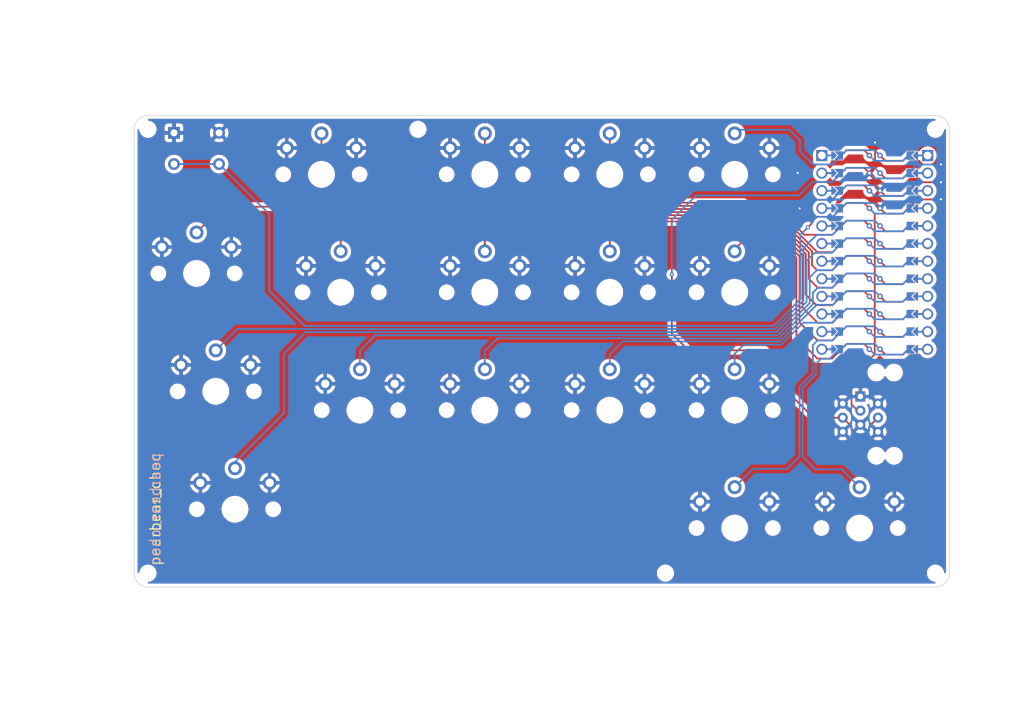
<source format=kicad_pcb>
(kicad_pcb (version 20240108) (generator "pcbnew") (generator_version "8.0")
  (title_block (title "pearbear_choc") (date "2025-02-09") (rev "1") (company "tomsadowski"))
  (layers (0 "F.Cu" jumper) (31 "B.Cu" signal) (34 "B.Paste" user) (35 "F.Paste" user) (36 "B.SilkS" user "B.Silkscreen") (37 "F.SilkS" user "F.Silkscreen") (38 "B.Mask" user) (39 "F.Mask" user) (44 "Edge.Cuts" user))
  (net 0 "")
  (net 1 "reset")
  (net 2 "gnd")
  (net 3 "vcc")
  (net 4 "Switch4")
  (net 5 "Switch5")
  (net 6 "Switch6")
  (net 7 "Switch7")
  (net 8 "Switch8")
  (net 9 "Switch9")
  (net 10 "Switch10")
  (net 11 "Switch11")
  (net 12 "Switch12")
  (net 13 "Switch13")
  (net 14 "Switch14")
  (net 15 "Switch15")
  (net 16 "Switch16")
  (net 17 "Switch17")
  (net 18 "raw")
  (net 19 "rjdata")
  (net 20 "raw_1")
  (net 21 "raw_2")
  (net 22 "raw_3")
  (net 23 "Switch1")
  (net 24 "Switch2")
  (net 25 "Switch3")
  (net 26 "raw_4")
  (footprint "pb_fb:SW_Kailh_Choc_v1_reversible" (layer "F.Cu") (at 163.33 90.935)
    (property "Reference" "SW9" (hide yes))
    (property "Value" "SW_Push" (hide yes))
  )
  (footprint "pb_fb:SW_Kailh_Choc_v1_reversible" (layer "F.Cu") (at 103.79 88.215)
    (property "Reference" "SW1" (hide yes))
    (property "Value" "SW_Push" (hide yes))
  )
  (footprint "pb_fb:MountingHole_M2_Screw" (layer "F.Cu") (at 96.79 67.435)
    (property "Reference" "REF**" (hide yes))
    (property "Value" "MountingHole_2mm_4mmdiameter_bare" (hide yes))
  )
  (footprint "pb_fb:RJ11_6P6C_reversible" (layer "F.Cu") (at 201.51 108.51 90)
    (property "Reference" "J1" (hide yes))
    (property "Value" "rj11" (hide yes))
  )
  (footprint "pb_fb:SW_Kailh_Choc_v1_reversible" (layer "F.Cu") (at 121.79 73.935)
    (property "Reference" "SW2" (hide yes))
    (property "Value" "SW_Push" (hide yes))
  )
  (footprint "pb_fb:MountingHole_M2_Screw" (layer "F.Cu") (at 210.255 131.435)
    (property "Reference" "REF**" (hide yes))
    (property "Value" "MountingHole_2mm_4mmdiameter_bare" (hide yes))
  )
  (footprint "pb_fb:SW_Kailh_Choc_v1_reversible" (layer "F.Cu") (at 145.33 73.935)
    (property "Reference" "SW3" (hide yes))
    (property "Value" "SW_Push" (hide yes))
  )
  (footprint "pb_fb:SW_Kailh_Choc_v1_reversible" (layer "F.Cu") (at 163.33 107.935)
    (property "Reference" "SW14" (hide yes))
    (property "Value" "SW_Push" (hide yes))
  )
  (footprint "pb_fb:MountingHole_M2_Screw" (layer "F.Cu") (at 135.69 67.435)
    (property "Reference" "REF**" (hide yes))
    (property "Value" "MountingHole_2mm_4mmdiameter_bare" (hide yes))
  )
  (footprint "pb_fb:SW_Kailh_Choc_v1_reversible" (layer "F.Cu") (at 109.33 122.215)
    (property "Reference" "SW11" (hide yes))
    (property "Value" "SW_Push" (hide yes))
  )
  (footprint "pb_fb:MountingHole_M2_Screw" (layer "F.Cu") (at 210.255 67.435)
    (property "Reference" "REF**" (hide yes))
    (property "Value" "MountingHole_2mm_4mmdiameter_bare" (hide yes))
  )
  (footprint "pb_fb:SW_Kailh_Choc_v1_reversible" (layer "F.Cu") (at 181.33 124.935)
    (property "Reference" "SW16" (hide yes))
    (property "Value" "SW_Push" (hide yes))
  )
  (footprint "pb_fb:SW_Kailh_Choc_v1_reversible" (layer "F.Cu") (at 181.33 73.935)
    (property "Reference" "SW5" (hide yes))
    (property "Value" "SW_Push" (hide yes))
  )
  (footprint "pb_fb:SW_TH_Tactile_Omron_B3F-10xx_reversible" (layer "F.Cu") (at 103.79 70.2)
    (property "Reference" "SW_Reset1" (hide yes))
    (property "Value" "SW_Push" (hide yes))
  )
  (footprint "pb_fb:SW_Kailh_Choc_v1_reversible" (layer "F.Cu") (at 181.33 107.935)
    (property "Reference" "SW15" (hide yes))
    (property "Value" "SW_Push" (hide yes))
  )
  (footprint "pb_fb:SW_Kailh_Choc_v1_reversible" (layer "F.Cu") (at 127.33 107.935)
    (property "Reference" "SW12" (hide yes))
    (property "Value" "SW_Push" (hide yes))
  )
  (footprint "pb_fb:SW_Kailh_Choc_v1_reversible" (layer "F.Cu") (at 145.33 107.935)
    (property "Reference" "SW13" (hide yes))
    (property "Value" "SW_Push" (hide yes))
  )
  (footprint "pb_fb:MountingHole_M2_Screw" (layer "F.Cu") (at 96.79 131.435)
    (property "Reference" "REF**" (hide yes))
    (property "Value" "MountingHole_2mm_4mmdiameter_bare" (hide yes))
  )
  (footprint "pb_fb:SW_Kailh_Choc_v1_reversible" (layer "F.Cu") (at 124.56 90.935)
    (property "Reference" "SW7" (hide yes))
    (property "Value" "SW_Push" (hide yes))
  )
  (footprint "pb_fb:SW_Kailh_Choc_v1_reversible" (layer "F.Cu") (at 106.56 105.215)
    (property "Reference" "SW6" (hide yes))
    (property "Value" "SW_Push" (hide yes))
  )
  (footprint "pb_fb:SW_Kailh_Choc_v1_reversible" (layer "F.Cu") (at 145.33 90.935)
    (property "Reference" "SW8" (hide yes))
    (property "Value" "SW_Push" (hide yes))
  )
  (footprint "pb_fb:ProMicro_reversible" (layer "F.Cu") (at 201.51 85.18 -90)
    (property "Reference" "U1" (hide yes))
    (property "Value" "ProMicro-kbd-rev" (hide yes))
  )
  (footprint "pb_fb:MountingHole_M2_Screw" (layer "F.Cu") (at 171.355 131.435)
    (property "Reference" "REF**" (hide yes))
    (property "Value" "MountingHole_2mm_4mmdiameter_bare" (hide yes))
  )
  (footprint "pb_fb:SW_Kailh_Choc_v1_reversible" (layer "F.Cu") (at 199.33 124.935)
    (property "Reference" "SW17" (hide yes))
    (property "Value" "SW_Push" (hide yes))
  )
  (footprint "pb_fb:SW_Kailh_Choc_v1_reversible" (layer "F.Cu") (at 181.33 90.935)
    (property "Reference" "SW10" (hide yes))
    (property "Value" "SW_Push" (hide yes))
  )
  (footprint "pb_fb:SW_Kailh_Choc_v1_reversible" (layer "F.Cu") (at 163.33 73.935)
    (property "Reference" "SW4" (hide yes))
    (property "Value" "SW_Push" (hide yes))
  )
  (gr_arc (start 96.79 133.435) (mid 95.375786 132.849214) (end 94.79 131.435) (stroke (width 0.1)) (layer "Edge.Cuts"))
  (gr_line (start 210.255 65.435) (end 96.79 65.435) (stroke (width 0.1)) (layer "Edge.Cuts"))
  (gr_arc (start 212.255 131.435) (mid 211.669214 132.849214) (end 210.255 133.435) (stroke (width 0.1)) (layer "Edge.Cuts"))
  (gr_line (start 212.255 131.435) (end 212.255 67.435) (stroke (width 0.1)) (layer "Edge.Cuts"))
  (gr_line (start 210.255 133.435) (end 96.79 133.435) (stroke (width 0.1)) (layer "Edge.Cuts"))
  (gr_line (start 94.79 131.435) (end 94.79 67.435) (stroke (width 0.1)) (layer "Edge.Cuts"))
  (gr_arc (start 210.255 65.435) (mid 211.669214 66.020786) (end 212.255 67.435) (stroke (width 0.1)) (layer "Edge.Cuts"))
  (gr_arc (start 94.79 67.435) (mid 95.375786 66.020786) (end 96.79 65.435) (stroke (width 0.1)) (layer "Edge.Cuts"))
  (gr_text "pearbear_choc" (at 97.83 122.215 90) (layer "B.SilkS") (effects (font (size 1.5 1.5) (thickness 0.1875)) (justify mirror)))
  (gr_text "pearbear_choc" (at 97.83 122.215 90) (layer "F.SilkS") (effects (font (size 1.5 1.5) (thickness 0.1875))))
  (segment (start 192.39 78.15) (end 192.95 77.59) (width 0.25) (layer "F.Cu") (net 1))
  (segment (start 191.88 81.57) (end 192.39 81.06) (width 0.25) (layer "F.Cu") (net 1))
  (segment (start 192.95 77.59) (end 195.384 77.59) (width 0.25) (layer "F.Cu") (net 1))
  (segment (start 195.384 77.59) (end 196.684 76.29) (width 0.25) (layer "F.Cu") (net 1))
  (segment (start 192.39 81.06) (end 192.39 78.15) (width 0.25) (layer "F.Cu") (net 1))
  (via (at 191.88 81.57) (size 0.6) (drill 0.3) (layers "F.Cu" "B.Cu") (net 1))
  (segment (start 119.37 95.78) (end 186.93802 95.78) (width 0.25) (layer "B.Cu") (net 1))
  (segment (start 190.79 82.66) (end 191.88 81.57) (width 0.25) (layer "B.Cu") (net 1))
  (segment (start 107.04 72.45) (end 114.25 79.66) (width 0.25) (layer "B.Cu") (net 1))
  (segment (start 107.04 72.45) (end 100.54 72.45) (width 0.25) (layer "B.Cu") (net 1))
  (segment (start 186.93802 95.78) (end 190.79 91.92802) (width 0.25) (layer "B.Cu") (net 1))
  (segment (start 114.25 90.66) (end 119.37 95.78) (width 0.25) (layer "B.Cu") (net 1))
  (segment (start 114.25 79.66) (end 114.25 90.66) (width 0.25) (layer "B.Cu") (net 1))
  (segment (start 190.79 91.92802) (end 190.79 82.66) (width 0.25) (layer "B.Cu") (net 1))
  (segment (start 192.41 75.04) (end 195.394 75.04) (width 0.25) (layer "F.Cu") (net 2))
  (segment (start 190.41 73.725) (end 191.095 73.725) (width 0.25) (layer "F.Cu") (net 2))
  (segment (start 211.05 77.52) (end 211.02 77.55) (width 0.25) (layer "F.Cu") (net 2))
  (segment (start 201.547 72.951) (end 201.547 69.333) (width 0.25) (layer "F.Cu") (net 2))
  (segment (start 211.05 75.07) (end 207.556 75.07) (width 0.25) (layer "F.Cu") (net 2))
  (segment (start 207.616 77.55) (end 206.336 78.83) (width 0.25) (layer "F.Cu") (net 2))
  (segment (start 211.02 77.55) (end 207.616 77.55) (width 0.25) (layer "F.Cu") (net 2))
  (segment (start 195.394 75.04) (end 196.684 73.75) (width 0.25) (layer "F.Cu") (net 2))
  (segment (start 191.095 73.725) (end 192.41 75.04) (width 0.25) (layer "F.Cu") (net 2))
  (segment (start 200.748 73.75) (end 201.547 72.951) (width 0.25) (layer "F.Cu") (net 2))
  (segment (start 202.272 76.29) (end 202.272 76.282) (width 0.25) (layer "F.Cu") (net 2))
  (segment (start 207.556 75.07) (end 206.336 76.29) (width 0.25) (layer "F.Cu") (net 2))
  (via (at 211.05 75.07) (size 0.6) (drill 0.3) (layers "F.Cu" "B.Cu") (net 2))
  (via (at 190.41 73.725) (size 0.6) (drill 0.3) (layers "F.Cu" "B.Cu") (net 2))
  (via (at 201.547 69.333) (size 0.6) (drill 0.3) (layers "F.Cu" "B.Cu") (net 2))
  (via (at 211.05 72.51) (size 0.6) (drill 0.3) (layers "F.Cu" "B.Cu") (net 2))
  (via (at 211.05 77.52) (size 0.6) (drill 0.3) (layers "F.Cu" "B.Cu") (net 2))
  (via (at 190.69 78.85) (size 0.6) (drill 0.3) (layers "F.Cu" "B.Cu") (net 2))
  (segment (start 191.94 77.6) (end 195.374 77.6) (width 0.25) (layer "B.Cu") (net 2))
  (segment (start 190.69 78.85) (end 191.89 80.05) (width 0.25) (layer "B.Cu") (net 2))
  (segment (start 207.566 72.52) (end 206.336 73.75) (width 0.25) (layer "B.Cu") (net 2))
  (segment (start 211.04 72.52) (end 207.566 72.52) (width 0.25) (layer "B.Cu") (net 2))
  (segment (start 191.89 80.05) (end 195.464 80.05) (width 0.25) (layer "B.Cu") (net 2))
  (segment (start 195.374 77.6) (end 196.684 76.29) (width 0.25) (layer "B.Cu") (net 2))
  (segment (start 211.05 72.51) (end 211.04 72.52) (width 0.25) (layer "B.Cu") (net 2))
  (segment (start 190.69 78.85) (end 191.94 77.6) (width 0.25) (layer "B.Cu") (net 2))
  (segment (start 195.464 80.05) (end 196.684 78.83) (width 0.25) (layer "B.Cu") (net 2))
  (segment (start 199.045 108) (end 199.44 108) (width 0.25) (layer "F.Cu") (net 3))
  (segment (start 198.16 103.205) (end 198.16 107.115) (width 0.25) (layer "F.Cu") (net 3))
  (segment (start 198.16 107.115) (end 199.045 108) (width 0.25) (layer "F.Cu") (net 3))
  (segment (start 201.51 99.855) (end 198.16 103.205) (width 0.25) (layer "F.Cu") (net 3))
  (segment (start 200.748 78.83) (end 201.51 79.592) (width 0.25) (layer "F.Cu") (net 3))
  (segment (start 201.51 79.592) (end 201.51 99.855) (width 0.25) (layer "F.Cu") (net 3))
  (segment (start 196.684 81.37) (end 195.414 82.64) (width 0.25) (layer "F.Cu") (net 4))
  (segment (start 165.85 72.95) (end 163.33 70.43) (width 0.25) (layer "F.Cu") (net 4))
  (segment (start 163.33 70.43) (end 163.33 68.035) (width 0.25) (layer "F.Cu") (net 4))
  (segment (start 184.39698 79.75) (end 182.67198 78.025) (width 0.25) (layer "F.Cu") (net 4))
  (segment (start 195.414 82.64) (end 191.366396 82.64) (width 0.25) (layer "F.Cu") (net 4))
  (segment (start 182.67198 78.025) (end 167.425 78.025) (width 0.25) (layer "F.Cu") (net 4))
  (segment (start 167.425 78.025) (end 165.85 76.45) (width 0.25) (layer "F.Cu") (net 4))
  (segment (start 165.85 76.45) (end 165.85 72.95) (width 0.25) (layer "F.Cu") (net 4))
  (segment (start 188.476396 79.75) (end 184.39698 79.75) (width 0.25) (layer "F.Cu") (net 4))
  (segment (start 191.366396 82.64) (end 188.476396 79.75) (width 0.25) (layer "F.Cu") (net 4))
  (segment (start 189.2 67.5) (end 181.865 67.5) (width 0.25) (layer "B.Cu") (net 5))
  (segment (start 181.865 67.5) (end 181.33 68.035) (width 0.25) (layer "B.Cu") (net 5))
  (segment (start 195.394 72.5) (end 192.61 72.5) (width 0.25) (layer "B.Cu") (net 5))
  (segment (start 190.74 70.63) (end 190.74 69.04) (width 0.25) (layer "B.Cu") (net 5))
  (segment (start 196.684 71.21) (end 195.394 72.5) (width 0.25) (layer "B.Cu") (net 5))
  (segment (start 190.74 69.04) (end 189.2 67.5) (width 0.25) (layer "B.Cu") (net 5))
  (segment (start 192.61 72.5) (end 190.74 70.63) (width 0.25) (layer "B.Cu") (net 5))
  (segment (start 187.124416 96.23) (end 109.645 96.23) (width 0.25) (layer "B.Cu") (net 6))
  (segment (start 109.645 96.23) (end 106.56 99.315) (width 0.25) (layer "B.Cu") (net 6))
  (segment (start 191.24 92.114416) (end 187.124416 96.23) (width 0.25) (layer "B.Cu") (net 6))
  (segment (start 193.145 82.66) (end 191.24 84.565) (width 0.25) (layer "B.Cu") (net 6))
  (segment (start 195.394 82.66) (end 193.145 82.66) (width 0.25) (layer "B.Cu") (net 6))
  (segment (start 191.24 84.565) (end 191.24 92.114416) (width 0.25) (layer "B.Cu") (net 6))
  (segment (start 196.684 81.37) (end 195.394 82.66) (width 0.25) (layer "B.Cu") (net 6))
  (segment (start 183.651396 81.55) (end 181.926396 79.825) (width 0.25) (layer "F.Cu") (net 7))
  (segment (start 195.424 92.79) (end 193.09 92.79) (width 0.25) (layer "F.Cu") (net 7))
  (segment (start 196.684 91.53) (end 195.424 92.79) (width 0.25) (layer "F.Cu") (net 7))
  (segment (start 181.926396 79.825) (end 126.5 79.825) (width 0.25) (layer "F.Cu") (net 7))
  (segment (start 124.56 81.765) (end 124.56 85.035) (width 0.25) (layer "F.Cu") (net 7))
  (segment (start 191.57 91.27) (end 191.57 85.389188) (width 0.25) (layer "F.Cu") (net 7))
  (segment (start 191.57 85.389188) (end 187.730812 81.55) (width 0.25) (layer "F.Cu") (net 7))
  (segment (start 193.09 92.79) (end 191.57 91.27) (width 0.25) (layer "F.Cu") (net 7))
  (segment (start 187.730812 81.55) (end 183.651396 81.55) (width 0.25) (layer "F.Cu") (net 7))
  (segment (start 126.5 79.825) (end 124.56 81.765) (width 0.25) (layer "F.Cu") (net 7))
  (segment (start 147.23 80.275) (end 145.33 82.175) (width 0.25) (layer "F.Cu") (net 8))
  (segment (start 195.414 95.34) (end 193.3 95.34) (width 0.25) (layer "F.Cu") (net 8))
  (segment (start 191.12 93.16) (end 191.12 85.575584) (width 0.25) (layer "F.Cu") (net 8))
  (segment (start 193.3 95.34) (end 191.12 93.16) (width 0.25) (layer "F.Cu") (net 8))
  (segment (start 191.12 85.575584) (end 187.544416 82) (width 0.25) (layer "F.Cu") (net 8))
  (segment (start 181.74 80.275) (end 147.23 80.275) (width 0.25) (layer "F.Cu") (net 8))
  (segment (start 187.544416 82) (end 183.465 82) (width 0.25) (layer "F.Cu") (net 8))
  (segment (start 183.465 82) (end 181.74 80.275) (width 0.25) (layer "F.Cu") (net 8))
  (segment (start 145.33 82.175) (end 145.33 85.035) (width 0.25) (layer "F.Cu") (net 8))
  (segment (start 196.684 94.07) (end 195.414 95.34) (width 0.25) (layer "F.Cu") (net 8))
  (segment (start 165.655 80.725) (end 163.33 83.05) (width 0.25) (layer "F.Cu") (net 9))
  (segment (start 163.33 83.05) (end 163.33 85.035) (width 0.25) (layer "F.Cu") (net 9))
  (segment (start 195.424 97.87) (end 193.25 97.87) (width 0.25) (layer "F.Cu") (net 9))
  (segment (start 183.278604 82.45) (end 181.553604 80.725) (width 0.25) (layer "F.Cu") (net 9))
  (segment (start 181.553604 80.725) (end 165.655 80.725) (width 0.25) (layer "F.Cu") (net 9))
  (segment (start 187.35802 82.45) (end 183.278604 82.45) (width 0.25) (layer "F.Cu") (net 9))
  (segment (start 193.25 97.87) (end 190.67 95.29) (width 0.25) (layer "F.Cu") (net 9))
  (segment (start 196.684 96.61) (end 195.424 97.87) (width 0.25) (layer "F.Cu") (net 9))
  (segment (start 190.67 85.76198) (end 187.35802 82.45) (width 0.25) (layer "F.Cu") (net 9))
  (segment (start 190.67 95.29) (end 190.67 85.76198) (width 0.25) (layer "F.Cu") (net 9))
  (segment (start 183.175 82.9) (end 181.33 84.745) (width 0.25) (layer "F.Cu") (net 10))
  (segment (start 195.344 100.49) (end 193.24 100.49) (width 0.25) (layer "F.Cu") (net 10))
  (segment (start 193.24 100.49) (end 190.22 97.47) (width 0.25) (layer "F.Cu") (net 10))
  (segment (start 187.171624 82.9) (end 183.175 82.9) (width 0.25) (layer "F.Cu") (net 10))
  (segment (start 181.33 84.745) (end 181.33 85.035) (width 0.25) (layer "F.Cu") (net 10))
  (segment (start 190.22 85.948376) (end 187.171624 82.9) (width 0.25) (layer "F.Cu") (net 10))
  (segment (start 196.684 99.15) (end 195.344 100.49) (width 0.25) (layer "F.Cu") (net 10))
  (segment (start 190.22 97.47) (end 190.22 85.948376) (width 0.25) (layer "F.Cu") (net 10))
  (segment (start 196.684 83.91) (end 195.354 85.24) (width 0.25) (layer "B.Cu") (net 11))
  (segment (start 116.38 108.365) (end 109.33 115.415) (width 0.25) (layer "B.Cu") (net 11))
  (segment (start 195.354 85.24) (end 192.85 85.24) (width 0.25) (layer "B.Cu") (net 11))
  (segment (start 192.85 85.24) (end 191.69 86.4) (width 0.25) (layer "B.Cu") (net 11))
  (segment (start 116.38 99.795) (end 116.38 108.365) (width 0.25) (layer "B.Cu") (net 11))
  (segment (start 187.310812 96.68) (end 119.495 96.68) (width 0.25) (layer "B.Cu") (net 11))
  (segment (start 191.69 86.4) (end 191.69 92.300812) (width 0.25) (layer "B.Cu") (net 11))
  (segment (start 191.69 92.300812) (end 187.310812 96.68) (width 0.25) (layer "B.Cu") (net 11))
  (segment (start 119.495 96.68) (end 116.38 99.795) (width 0.25) (layer "B.Cu") (net 11))
  (segment (start 109.33 115.415) (end 109.33 116.315) (width 0.25) (layer "B.Cu") (net 11))
  (segment (start 187.497208 97.13) (end 129.55 97.13) (width 0.25) (layer "B.Cu") (net 12))
  (segment (start 193.16 87.75) (end 192.14 88.77) (width 0.25) (layer "B.Cu") (net 12))
  (segment (start 195.384 87.75) (end 193.16 87.75) (width 0.25) (layer "B.Cu") (net 12))
  (segment (start 196.684 86.45) (end 195.384 87.75) (width 0.25) (layer "B.Cu") (net 12))
  (segment (start 129.55 97.13) (end 127.33 99.35) (width 0.25) (layer "B.Cu") (net 12))
  (segment (start 127.33 99.35) (end 127.33 102.035) (width 0.25) (layer "B.Cu") (net 12))
  (segment (start 192.14 88.77) (end 192.14 92.487208) (width 0.25) (layer "B.Cu") (net 12))
  (segment (start 192.14 92.487208) (end 187.497208 97.13) (width 0.25) (layer "B.Cu") (net 12))
  (segment (start 145.33 99.39) (end 145.33 102.035) (width 0.25) (layer "B.Cu") (net 13))
  (segment (start 187.683604 97.58) (end 147.14 97.58) (width 0.25) (layer "B.Cu") (net 13))
  (segment (start 147.14 97.58) (end 145.33 99.39) (width 0.25) (layer "B.Cu") (net 13))
  (segment (start 192.59 92.673604) (end 187.683604 97.58) (width 0.25) (layer "B.Cu") (net 13))
  (segment (start 193.29 90.29) (end 192.59 90.99) (width 0.25) (layer "B.Cu") (net 13))
  (segment (start 192.59 90.99) (end 192.59 92.673604) (width 0.25) (layer "B.Cu") (net 13))
  (segment (start 195.384 90.29) (end 193.29 90.29) (width 0.25) (layer "B.Cu") (net 13))
  (segment (start 196.684 88.99) (end 195.384 90.29) (width 0.25) (layer "B.Cu") (net 13))
  (segment (start 196.684 91.53) (end 195.474 92.74) (width 0.25) (layer "B.Cu") (net 14))
  (segment (start 187.87 98.03) (end 165.2 98.03) (width 0.25) (layer "B.Cu") (net 14))
  (segment (start 193.16 92.74) (end 187.87 98.03) (width 0.25) (layer "B.Cu") (net 14))
  (segment (start 163.33 99.9) (end 163.33 102.035) (width 0.25) (layer "B.Cu") (net 14))
  (segment (start 195.474 92.74) (end 193.16 92.74) (width 0.25) (layer "B.Cu") (net 14))
  (segment (start 165.2 98.03) (end 163.33 99.9) (width 0.25) (layer "B.Cu") (net 14))
  (segment (start 195.37 95.32) (end 191.216396 95.32) (width 0.25) (layer "B.Cu") (net 15))
  (segment (start 191.216396 95.32) (end 188.056396 98.48) (width 0.25) (layer "B.Cu") (net 15))
  (segment (start 181.33 99.8) (end 181.33 102.035) (width 0.25) (layer "B.Cu") (net 15))
  (segment (start 182.65 98.48) (end 181.33 99.8) (width 0.25) (layer "B.Cu") (net 15))
  (segment (start 196.62 94.07) (end 195.37 95.32) (width 0.25) (layer "B.Cu") (net 15))
  (segment (start 196.684 94.07) (end 196.62 94.07) (width 0.25) (layer "B.Cu") (net 15))
  (segment (start 188.056396 98.48) (end 182.65 98.48) (width 0.25) (layer "B.Cu") (net 15))
  (segment (start 193.23 97.9) (end 192.59 98.54) (width 0.25) (layer "B.Cu") (net 16))
  (segment (start 192.59 102.607604) (end 190.68 104.517604) (width 0.25) (layer "B.Cu") (net 16))
  (segment (start 188.88 116.4) (end 183.965 116.4) (width 0.25) (layer "B.Cu") (net 16))
  (segment (start 195.394 97.9) (end 193.23 97.9) (width 0.25) (layer "B.Cu") (net 16))
  (segment (start 196.684 96.61) (end 195.394 97.9) (width 0.25) (layer "B.Cu") (net 16))
  (segment (start 190.68 114.6) (end 188.88 116.4) (width 0.25) (layer "B.Cu") (net 16))
  (segment (start 183.965 116.4) (end 181.33 119.035) (width 0.25) (layer "B.Cu") (net 16))
  (segment (start 192.59 98.54) (end 192.59 102.607604) (width 0.25) (layer "B.Cu") (net 16))
  (segment (start 190.68 104.517604) (end 190.68 114.6) (width 0.25) (layer "B.Cu") (net 16))
  (segment (start 193.04 101.26) (end 193.04 102.794) (width 0.25) (layer "B.Cu") (net 17))
  (segment (start 193.04 102.794) (end 191.13 104.704) (width 0.25) (layer "B.Cu") (net 17))
  (segment (start 193.77 100.53) (end 193.04 101.26) (width 0.25) (layer "B.Cu") (net 17))
  (segment (start 196.298 99.15) (end 196.298 99.24527) (width 0.25) (layer "B.Cu") (net 17))
  (segment (start 191.13 104.704) (end 191.13 114.63) (width 0.25) (layer "B.Cu") (net 17))
  (segment (start 192.97 116.47) (end 196.765 116.47) (width 0.25) (layer "B.Cu") (net 17))
  (segment (start 191.13 114.63) (end 192.97 116.47) (width 0.25) (layer "B.Cu") (net 17))
  (segment (start 196.765 116.47) (end 199.33 119.035) (width 0.25) (layer "B.Cu") (net 17))
  (segment (start 196.298 99.24527) (end 195.01327 100.53) (width 0.25) (layer "B.Cu") (net 17))
  (segment (start 196.684 99.15) (end 196.298 99.15) (width 0.25) (layer "B.Cu") (net 17))
  (segment (start 195.01327 100.53) (end 193.77 100.53) (width 0.25) (layer "B.Cu") (net 17))
  (segment (start 198.86 111.495) (end 200.05 111.495) (width 0.25) (layer "F.Cu") (net 19))
  (segment (start 185.64 99.3) (end 189.13 102.79) (width 0.25) (layer "F.Cu") (net 19))
  (segment (start 172.28 96.91) (end 174.67 99.3) (width 0.25) (layer "F.Cu") (net 19))
  (segment (start 198.16 110.28) (end 198.16 110.795) (width 0.25) (layer "F.Cu") (net 19))
  (segment (start 192.675 109.02) (end 196.9 109.02) (width 0.25) (layer "F.Cu") (net 19))
  (segment (start 200.05 111.495) (end 200.71 110.835) (width 0.25) (layer "F.Cu") (net 19))
  (segment (start 200.71 110.275) (end 201.965 109.02) (width 0.25) (layer "F.Cu") (net 19))
  (segment (start 201.965 109.02) (end 201.98 109.02) (width 0.25) (layer "F.Cu") (net 19))
  (segment (start 189.13 102.79) (end 189.13 105.475) (width 0.25) (layer "F.Cu") (net 19))
  (segment (start 172.28 88.375) (end 172.28 96.91) (width 0.25) (layer "F.Cu") (net 19))
  (segment (start 196.9 109.02) (end 198.16 110.28) (width 0.25) (layer "F.Cu") (net 19))
  (segment (start 198.16 110.795) (end 198.86 111.495) (width 0.25) (layer "F.Cu") (net 19))
  (segment (start 200.71 110.835) (end 200.71 110.275) (width 0.25) (layer "F.Cu") (net 19))
  (segment (start 174.67 99.3) (end 185.64 99.3) (width 0.25) (layer "F.Cu") (net 19))
  (segment (start 189.13 105.475) (end 192.675 109.02) (width 0.25) (layer "F.Cu") (net 19))
  (via (at 172.28 88.375) (size 0.6) (drill 0.3) (layers "F.Cu" "B.Cu") (net 19))
  (segment (start 175.77 76.98) (end 190.585 76.98) (width 0.25) (layer "B.Cu") (net 19))
  (segment (start 195.384 75.05) (end 196.684 73.75) (width 0.25) (layer "B.Cu") (net 19))
  (segment (start 190.585 76.98) (end 192.515 75.05) (width 0.25) (layer "B.Cu") (net 19))
  (segment (start 172.28 80.47) (end 175.77 76.98) (width 0.25) (layer "B.Cu") (net 19))
  (segment (start 192.515 75.05) (end 195.384 75.05) (width 0.25) (layer "B.Cu") (net 19))
  (segment (start 172.28 88.375) (end 172.28 80.47) (width 0.25) (layer "B.Cu") (net 19))
  (segment (start 195.414 90.26) (end 196.684 88.99) (width 0.25) (layer "F.Cu") (net 23))
  (segment (start 182.112792 79.375) (end 183.837792 81.1) (width 0.25) (layer "F.Cu") (net 23))
  (segment (start 125.743604 78.595) (end 126.523604 79.375) (width 0.25) (layer "F.Cu") (net 23))
  (segment (start 192.02 85.202792) (end 192.02 89.01) (width 0.25) (layer "F.Cu") (net 23))
  (segment (start 103.79 82.315) (end 107.51 78.595) (width 0.25) (layer "F.Cu") (net 23))
  (segment (start 192.02 89.01) (end 193.27 90.26) (width 0.25) (layer "F.Cu") (net 23))
  (segment (start 187.917208 81.1) (end 192.02 85.202792) (width 0.25) (layer "F.Cu") (net 23))
  (segment (start 193.27 90.26) (end 195.414 90.26) (width 0.25) (layer "F.Cu") (net 23))
  (segment (start 126.523604 79.375) (end 182.112792 79.375) (width 0.25) (layer "F.Cu") (net 23))
  (segment (start 183.837792 81.1) (end 187.917208 81.1) (width 0.25) (layer "F.Cu") (net 23))
  (segment (start 107.51 78.595) (end 125.743604 78.595) (width 0.25) (layer "F.Cu") (net 23))
  (segment (start 193.19 87.75) (end 192.47 87.03) (width 0.25) (layer "F.Cu") (net 24))
  (segment (start 184.024188 80.65) (end 182.299188 78.925) (width 0.25) (layer "F.Cu") (net 24))
  (segment (start 196.684 86.45) (end 195.384 87.75) (width 0.25) (layer "F.Cu") (net 24))
  (segment (start 188.103604 80.65) (end 184.024188 80.65) (width 0.25) (layer "F.Cu") (net 24))
  (segment (start 192.47 87.03) (end 192.47 85.016396) (width 0.25) (layer "F.Cu") (net 24))
  (segment (start 124.16 76.375) (end 124.16 72.615) (width 0.25) (layer "F.Cu") (net 24))
  (segment (start 124.16 72.615) (end 121.79 70.245) (width 0.25) (layer "F.Cu") (net 24))
  (segment (start 126.71 78.925) (end 124.16 76.375) (width 0.25) (layer "F.Cu") (net 24))
  (segment (start 192.47 85.016396) (end 188.103604 80.65) (width 0.25) (layer "F.Cu") (net 24))
  (segment (start 121.79 70.245) (end 121.79 68.035) (width 0.25) (layer "F.Cu") (net 24))
  (segment (start 182.299188 78.925) (end 126.71 78.925) (width 0.25) (layer "F.Cu") (net 24))
  (segment (start 195.384 87.75) (end 193.19 87.75) (width 0.25) (layer "F.Cu") (net 24))
  (segment (start 188.29 80.2) (end 184.210584 80.2) (width 0.25) (layer "F.Cu") (net 25))
  (segment (start 182.485584 78.475) (end 149.705 78.475) (width 0.25) (layer "F.Cu") (net 25))
  (segment (start 193.24 85.15) (end 188.29 80.2) (width 0.25) (layer "F.Cu") (net 25))
  (segment (start 196.684 83.91) (end 195.444 85.15) (width 0.25) (layer "F.Cu") (net 25))
  (segment (start 184.210584 80.2) (end 182.485584 78.475) (width 0.25) (layer "F.Cu") (net 25))
  (segment (start 149.705 78.475) (end 148.03 76.8) (width 0.25) (layer "F.Cu") (net 25))
  (segment (start 148.03 76.8) (end 148.03 72.61) (width 0.25) (layer "F.Cu") (net 25))
  (segment (start 195.444 85.15) (end 193.24 85.15) (width 0.25) (layer "F.Cu") (net 25))
  (segment (start 145.33 69.91) (end 145.33 68.035) (width 0.25) (layer "F.Cu") (net 25))
  (segment (start 148.03 72.61) (end 145.33 69.91) (width 0.25) (layer "F.Cu") (net 25))
  (zone (net 2) (net_name "gnd") (layer "F.Cu") (connect_pads (clearance 0.508)) (min_thickness 0.254) (fill yes (thermal_gap 0.508) (thermal_bridge_width 0.508))
    (polygon (pts (xy 222.420166 49.236152) (xy 222.410166 152.926152) (xy 75.880166 153.016152) (xy 75.890166 49.326152)))
  )
  (zone (net 2) (net_name "gnd") (layer "F.Cu") (connect_pads (clearance 0.508)) (min_thickness 0.254) (fill yes (thermal_gap 0.508) (thermal_bridge_width 0.508))
    (polygon (pts (xy 223.030166 49.021774) (xy 223.030166 153.751774) (xy 75.470166 153.521774) (xy 75.470166 48.791774)))
  )
  (zone (net 2) (net_name "gnd") (layer "B.Cu") (connect_pads (clearance 0.508)) (min_thickness 0.254) (fill yes (thermal_gap 0.508) (thermal_bridge_width 0.508))
    (polygon (pts (xy 222.240166 151.511805) (xy 221.180166 49.491805) (xy 76.940166 49.771805) (xy 78.000166 151.791805)))
  )
  (zone (net 2) (net_name "gnd") (layer "B.Cu") (connect_pads (clearance 0.508)) (min_thickness 0.254) (fill yes (thermal_gap 0.508) (thermal_bridge_width 0.508))
    (polygon (pts (xy 221.070166 152.411411) (xy 221.180166 50.581411) (xy 76.430166 50.461411) (xy 76.320166 152.291411)))
  )
)
</source>
